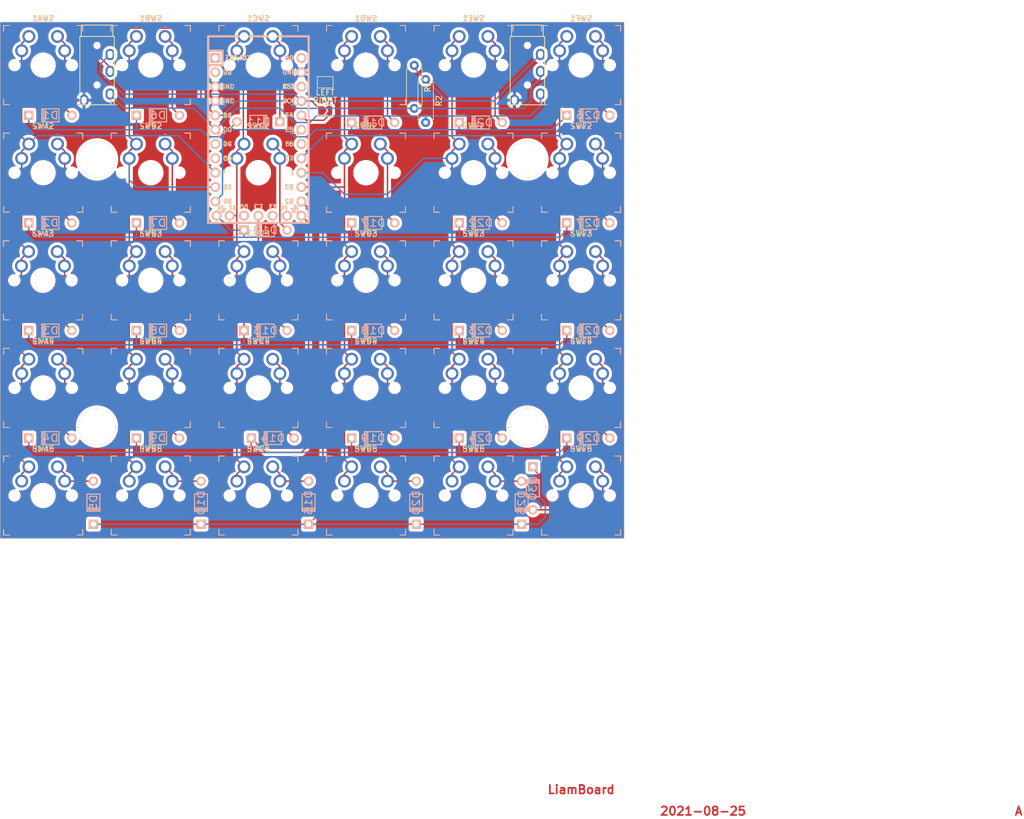
<source format=kicad_pcb>
(kicad_pcb (version 20241229) (generator "pcbnew") (generator_version "9.0")
  (layers (0 "F.Cu" signal) (2 "B.Cu" signal) (13 "F.Paste" user) (15 "B.Paste" user) (5 "F.SilkS" user "F.Silkscreen") (7 "B.SilkS" user "B.Silkscreen") (1 "F.Mask" user) (3 "B.Mask" user) (25 "Edge.Cuts" user))
  (net 0 "")
  (net 1 "Net-(D1-A)")
  (net 2 "Net-(D1-K)")
  (net 3 "Net-(D2-A)")
  (net 4 "Net-(D12-K)")
  (net 5 "Net-(D13-K)")
  (net 6 "Net-(D3-A)")
  (net 7 "Net-(D14-K)")
  (net 8 "Net-(D4-A)")
  (net 9 "Net-(D10-K)")
  (net 10 "Net-(D5-A)")
  (net 11 "Net-(D6-A)")
  (net 12 "Net-(D7-A)")
  (net 13 "Net-(D8-A)")
  (net 14 "Net-(D9-A)")
  (net 15 "Net-(D10-A)")
  (net 16 "Net-(D11-A)")
  (net 17 "Net-(D12-A)")
  (net 18 "Net-(D13-A)")
  (net 19 "Net-(D14-A)")
  (net 20 "Net-(D15-A)")
  (net 21 "Net-(D16-A)")
  (net 22 "Net-(D17-A)")
  (net 23 "Net-(D18-A)")
  (net 24 "Net-(D19-A)")
  (net 25 "Net-(D20-A)")
  (net 26 "Net-(D21-A)")
  (net 27 "Net-(D22-A)")
  (net 28 "Net-(D23-A)")
  (net 29 "Net-(D24-A)")
  (net 30 "Net-(D25-A)")
  (net 31 "Net-(D26-A)")
  (net 32 "Net-(D27-A)")
  (net 33 "Net-(D28-A)")
  (net 34 "Net-(D29-A)")
  (net 35 "Net-(D30-A)")
  (net 36 "Net-(UL1-RING1)")
  (net 37 "Net-(UL1-RING2)")
  (net 38 "Net-(UL1-TIP)")
  (net 39 "Net-(UMC1-A3{slash}PF4)")
  (net 40 "Net-(UL1-SLEEVE)")
  (net 41 "Net-(UMC1-6{slash}PD7)")
  (net 42 "Net-(UMC1-7{slash}PE6)")
  (net 43 "Net-(UMC1-B7)")
  (net 44 "Net-(UMC1-14{slash}PB3)")
  (net 45 "Net-(UMC1-15{slash}PB1)")
  (net 46 "Net-(UMC1-A0{slash}PF7)")
  (footprint "keyswitches:SW_MX_reversible" (layer "F.Cu") (at 97.79 60.96)
    (property "Reference" "SWA1")
    (property "Value" "SW_Push")
  )
  (footprint "keyswitches:SW_MX_reversible" (layer "F.Cu") (at 97.79 80.01)
    (property "Reference" "SWA2")
    (property "Value" "SW_Push")
  )
  (footprint "keyswitches:SW_MX_reversible" (layer "F.Cu") (at 97.745001 99.06)
    (property "Reference" "SWA3")
    (property "Value" "SW_Push")
  )
  (footprint "keyswitches:SW_MX_reversible" (layer "F.Cu") (at 97.79 118.11)
    (property "Reference" "SWA4")
    (property "Value" "SW_Push")
  )
  (footprint "keyswitches:SW_MX_reversible" (layer "F.Cu") (at 97.79 137.16)
    (property "Reference" "SWA5")
    (property "Value" "SW_Push")
  )
  (footprint "keyswitches:SW_MX_reversible" (layer "F.Cu") (at 116.84 60.96)
    (property "Reference" "SWB1")
    (property "Value" "SW_Push")
  )
  (footprint "keyswitches:SW_MX_reversible" (layer "F.Cu") (at 116.84 80.01)
    (property "Reference" "SWB2")
    (property "Value" "SW_Push")
  )
  (footprint "keyswitches:SW_MX_reversible" (layer "F.Cu") (at 116.84 99.06)
    (property "Reference" "SWB3")
    (property "Value" "SW_Push")
  )
  (footprint "keyswitches:SW_MX_reversible" (layer "F.Cu") (at 116.84 118.11)
    (property "Reference" "SWB4")
    (property "Value" "SW_Push")
  )
  (footprint "keyswitches:SW_MX_reversible" (layer "F.Cu") (at 116.84 137.16)
    (property "Reference" "SWB5")
    (property "Value" "SW_Push")
  )
  (footprint "keyswitches:SW_MX_reversible" (layer "F.Cu") (at 135.89 60.96)
    (property "Reference" "SWC1")
    (property "Value" "SW_Push")
  )
  (footprint "keyswitches:SW_MX_reversible" (layer "F.Cu") (at 135.89 80.01)
    (property "Reference" "SWC2")
    (property "Value" "SW_Push")
  )
  (footprint "keyswitches:SW_MX_reversible" (layer "F.Cu") (at 135.89 99.06)
    (property "Reference" "SWC3")
    (property "Value" "SW_Push")
  )
  (footprint "keyswitches:SW_MX_reversible" (layer "F.Cu") (at 135.89 118.11)
    (property "Reference" "SWC4")
    (property "Value" "SW_Push")
  )
  (footprint "keyswitches:SW_MX_reversible" (layer "F.Cu") (at 135.89 137.16)
    (property "Reference" "SWC5")
    (property "Value" "SW_Push")
  )
  (footprint "keyswitches:SW_MX_reversible" (layer "F.Cu") (at 154.94 60.96)
    (property "Reference" "SWD1")
    (property "Value" "SW_Push")
  )
  (footprint "keyswitches:SW_MX_reversible" (layer "F.Cu") (at 154.94 80.01)
    (property "Reference" "SWD2")
    (property "Value" "SW_Push")
  )
  (footprint "keyswitches:SW_MX_reversible" (layer "F.Cu") (at 154.94 99.06)
    (property "Reference" "SWD3")
    (property "Value" "SW_Push")
  )
  (footprint "keyswitches:SW_MX_reversible" (layer "F.Cu") (at 154.94 118.11)
    (property "Reference" "SWD4")
    (property "Value" "SW_Push")
  )
  (footprint "keyswitches:SW_MX_reversible" (layer "F.Cu") (at 154.94 137.16)
    (property "Reference" "SWD5")
    (property "Value" "SW_Push")
  )
  (footprint "keyswitches:SW_MX_reversible" (layer "F.Cu") (at 173.99 60.96)
    (property "Reference" "SWE1")
    (property "Value" "SW_Push")
  )
  (footprint "keyswitches:SW_MX_reversible" (layer "F.Cu") (at 173.99 80.01)
    (property "Reference" "SWE2")
    (property "Value" "SW_Push")
  )
  (footprint "keyswitches:SW_MX_reversible" (layer "F.Cu") (at 173.99 99.06)
    (property "Reference" "SWE3")
    (property "Value" "SW_Push")
  )
  (footprint "keyswitches:SW_MX_reversible" (layer "F.Cu") (at 173.99 118.11)
    (property "Reference" "SWE4")
    (property "Value" "SW_Push")
  )
  (footprint "keyswitches:SW_MX_reversible" (layer "F.Cu") (at 173.99 137.16)
    (property "Reference" "SWE5")
    (property "Value" "SW_Push")
  )
  (footprint "keyswitches:SW_MX_reversible" (layer "F.Cu") (at 193.04 60.96)
    (property "Reference" "SWF1")
    (property "Value" "SW_Push")
  )
  (footprint "keyswitches:SW_MX_reversible" (layer "F.Cu") (at 193.04 80.01)
    (property "Reference" "SWF2")
    (property "Value" "SW_Push")
  )
  (footprint "keyswitches:SW_MX_reversible" (layer "F.Cu") (at 193.04 99.06)
    (property "Reference" "SWF3")
    (property "Value" "SW_Push")
  )
  (footprint "keyswitches:SW_MX_reversible" (layer "F.Cu") (at 193.04 118.11)
    (property "Reference" "SWF4")
    (property "Value" "SW_Push")
  )
  (footprint "keyswitches:SW_MX_reversible" (layer "F.Cu") (at 193.04 137.16)
    (property "Reference" "SWF5")
    (property "Value" "SW_Push")
  )
  (footprint "Keebio-Parts:Elite-C" (layer "F.Cu") (at 135.89 73.66 -90)
    (property "Reference" "UMC1" (hide yes))
    (property "Value" "Elite-C" (hide yes))
  )
  (footprint "Keebio-Parts:MountingHole" (layer "F.Cu") (at 107.315 77.67)
    (property "Reference" "U4" (hide yes))
    (property "Value" "HOLE")
  )
  (footprint "Keebio-Parts:MountingHole" (layer "F.Cu") (at 183.515 77.67)
    (property "Reference" "U4" (hide yes))
    (property "Value" "HOLE")
  )
  (footprint "Keebio-Parts:MountingHole" (layer "F.Cu") (at 107.315 124.96)
    (property "Reference" "U4" (hide yes))
    (property "Value" "HOLE")
  )
  (footprint "Keebio-Parts:TRRS-PJ-320A" (layer "F.Cu") (at 183.53 55.88)
    (property "Reference" "UR1")
    (property "Value" "TRRS")
  )
  (footprint "Keebio-Parts:TRRS-PJ-320A" (layer "F.Cu") (at 107.33 55.88)
    (property "Reference" "UL1")
    (property "Value" "TRRS")
  )
  (footprint "Keebio-Parts:MountingHole" (layer "F.Cu") (at 183.515 124.96)
    (property "Reference" "U4" (hide yes))
    (property "Value" "HOLE")
  )
  (footprint "Resistor_THT:R_Axial_DIN0207_L6.3mm_D2.5mm_P7.62mm_Horizontal" (layer "F.Cu") (at 163.5 61 -90)
    (property "Reference" "R1")
    (property "Value" "4.7k")
  )
  (footprint "Resistor_THT:R_Axial_DIN0207_L6.3mm_D2.5mm_P7.62mm_Horizontal" (layer "F.Cu") (at 165.5 63.5 -90)
    (property "Reference" "R2")
    (property "Value" "4.7k")
  )
  (footprint "Jumper:SolderJumper-2_P1.3mm_Open_TrianglePad1.0x1.5mm" (layer "F.Cu") (at 147.725 64 180)
    (property "Reference" "LEFT")
    (property "Value" "LEFT")
  )
  (footprint "Jumper:SolderJumper-2_P1.3mm_Open_TrianglePad1.0x1.5mm" (layer "F.Cu") (at 147.725 69)
    (property "Reference" "RIGHT")
    (property "Value" "RIGHT")
  )
  (footprint "footprints:Diode" (layer "B.Cu") (at 99.06 69.85 180)
    (property "Reference" "D1")
    (property "Value" "D" (hide yes))
  )
  (footprint "footprints:Diode" (layer "B.Cu") (at 99.06 88.9 180)
    (property "Reference" "D2")
    (property "Value" "D" (hide yes))
  )
  (footprint "footprints:Diode" (layer "B.Cu") (at 99.06 107.95 180)
    (property "Reference" "D3")
    (property "Value" "D" (hide yes))
  )
  (footprint "footprints:Diode" (layer "B.Cu") (at 99.06 127 180)
    (property "Reference" "D4")
    (property "Value" "D" (hide yes))
  )
  (footprint "footprints:Diode" (layer "B.Cu") (at 106.68 138.43 -90)
    (property "Reference" "D5")
    (property "Value" "D" (hide yes))
  )
  (footprint "footprints:Diode" (layer "B.Cu") (at 118.11 69.85 180)
    (property "Reference" "D6")
    (property "Value" "D" (hide yes))
  )
  (footprint "footprints:Diode" (layer "B.Cu") (at 118.11 88.9 180)
    (property "Reference" "D7")
    (property "Value" "D" (hide yes))
  )
  (footprint "footprints:Diode" (layer "B.Cu") (at 118.11 107.95 180)
    (property "Reference" "D8")
    (property "Value" "D" (hide yes))
  )
  (footprint "footprints:Diode" (layer "B.Cu") (at 118.11 127 180)
    (property "Reference" "D9")
    (property "Value" "D" (hide yes))
  )
  (footprint "footprints:Diode" (layer "B.Cu") (at 125.73 138.43 -90)
    (property "Reference" "D10")
    (property "Value" "D" (hide yes))
  )
  (footprint "footprints:Diode" (layer "B.Cu") (at 135.89 71)
    (property "Reference" "D11")
    (property "Value" "D" (hide yes))
  )
  (footprint "footprints:Diode" (layer "B.Cu") (at 137.16 90.17 180)
    (property "Reference" "D12")
    (property "Value" "D" (hide yes))
  )
  (footprint "footprints:Diode" (layer "B.Cu") (at 137.16 107.95 180)
    (property "Reference" "D13")
    (property "Value" "D" (hide yes))
  )
  (footprint "footprints:Diode" (layer "B.Cu") (at 138.43 127 180)
    (property "Reference" "D14")
    (property "Value" "D" (hide yes))
  )
  (footprint "footprints:Diode" (layer "B.Cu") (at 144.78 138.43 -90)
    (property "Reference" "D15")
    (property "Value" "D" (hide yes))
  )
  (footprint "footprints:Diode" (layer "B.Cu") (at 156.21 71.12 180)
    (property "Reference" "D16")
    (property "Value" "D" (hide yes))
  )
  (footprint "footprints:Diode" (layer "B.Cu") (at 156.21 88.9 180)
    (property "Reference" "D17")
    (property "Value" "D" (hide yes))
  )
  (footprint "footprints:Diode" (layer "B.Cu") (at 156.21 107.95 180)
    (property "Reference" "D18")
    (property "Value" "D" (hide yes))
  )
  (footprint "footprints:Diode" (layer "B.Cu") (at 156.21 127 180)
    (property "Reference" "D19")
    (property "Value" "D" (hide yes))
  )
  (footprint "footprints:Diode" (layer "B.Cu") (at 163.83 138.43 -90)
    (property "Reference" "D20")
    (property "Value" "D" (hide yes))
  )
  (footprint "footprints:Diode" (layer "B.Cu") (at 175.26 71.12 180)
    (property "Reference" "D21")
    (property "Value" "D" (hide yes))
  )
  (footprint "footprints:Diode" (layer "B.Cu") (at 175.26 88.9 180)
    (property "Reference" "D22")
    (property "Value" "D" (hide yes))
  )
  (footprint "footprints:Diode" (layer "B.Cu") (at 175.26 107.95 180)
    (property "Reference" "D23")
    (property "Value" "D" (hide yes))
  )
  (footprint "footprints:Diode" (layer "B.Cu") (at 175.26 127 180)
    (property "Reference" "D24")
    (property "Value" "D" (hide yes))
  )
  (footprint "footprints:Diode" (layer "B.Cu") (at 182.5 138.43 -90)
    (property "Reference" "D25")
    (property "Value" "D" (hide yes))
  )
  (footprint "footprints:Diode" (layer "B.Cu") (at 194.31 69.85 180)
    (property "Reference" "D26")
    (property "Value" "D" (hide yes))
  )
  (footprint "footprints:Diode" (layer "B.Cu") (at 194.31 88.9 180)
    (property "Reference" "D27")
    (property "Value" "D" (hide yes))
  )
  (footprint "footprints:Diode" (layer "B.Cu") (at 194.31 107.95 180)
    (property "Reference" "D28")
    (property "Value" "D" (hide yes))
  )
  (footprint "footprints:Diode" (layer "B.Cu") (at 194.31 127 180)
    (property "Reference" "D29")
    (property "Value" "D" (hide yes))
  )
  (footprint "footprints:Diode" (layer "B.Cu") (at 184.5 135.89 90)
    (property "Reference" "D30")
    (property "Value" "D" (hide yes))
  )
  (gr_line (start 200.66 53.34) (end 90.17 53.34) (stroke (width 0.05)) (layer "Edge.Cuts"))
  (gr_line (start 90.17 144.78) (end 200.66 144.78) (stroke (width 0.05)) (layer "Edge.Cuts"))
  (gr_line (start 200.66 144.78) (end 200.66 53.34) (stroke (width 0.05)) (layer "Edge.Cuts"))
  (gr_line (start 90.17 53.34) (end 90.17 144.78) (stroke (width 0.05)) (layer "Edge.Cuts"))
  (gr_text "LiamBoard" (at 193.04 189.23 0) (layer "F.Cu") (effects (font (size 1.5 1.5) (thickness 0.3))))
  (gr_text "2021-08-25" (at 214.63 193.04 0) (layer "F.Cu") (effects (font (size 1.5 1.5) (thickness 0.3))))
  (gr_text "A" (at 270.51 193.04 0) (layer "F.Cu") (effects (font (size 1.5 1.5) (thickness 0.3))))
  (segment (start 101.6 57.15) (end 101.6 58.42) (width 0.25) (layer "F.Cu") (net 1))
  (segment (start 100.33 55.88) (end 101.6 57.15) (width 0.25) (layer "F.Cu") (net 1))
  (segment (start 101.6 58.42) (end 101.6 68.58) (width 0.25) (layer "F.Cu") (net 1))
  (segment (start 101.6 68.58) (end 102.87 69.85) (width 0.25) (layer "F.Cu") (net 1))
  (segment (start 129.54 73.66) (end 129.54 73.54) (width 0.25) (layer "B.Cu") (net 2))
  (segment (start 129.54 83.82) (end 128.27 85.09) (width 0.25) (layer "B.Cu") (net 2))
  (segment (start 152.4 72.39) (end 187.96 72.39) (width 0.25) (layer "B.Cu") (net 2))
  (segment (start 142.24 73.66) (end 140.97 72.39) (width 0.25) (layer "B.Cu") (net 2))
  (segment (start 152.4 71.12) (end 152.4 72.39) (width 0.25) (layer "B.Cu") (net 2))
  (segment (start 129.54 73.54) (end 132.08 71) (width 0.25) (layer "B.Cu") (net 2))
  (segment (start 187.96 72.39) (end 190.5 69.85) (width 0.25) (layer "B.Cu") (net 2))
  (segment (start 171.45 71.12) (end 171.45 72.39) (width 0.25) (layer "B.Cu") (net 2))
  (segment (start 146.05 72.39) (end 152.4 72.39) (width 0.25) (layer "B.Cu") (net 2))
  (segment (start 96.52 72.39) (end 125.73 72.39) (width 0.25) (layer "B.Cu") (net 2))
  (segment (start 129.54 73.66) (end 129.54 83.82) (width 0.25) (layer "B.Cu") (net 2))
  (segment (start 140.97 72.39) (end 130.81 72.39) (width 0.25) (layer "B.Cu") (net 2))
  (segment (start 127 73.66) (end 129.54 73.66) (width 0.25) (layer "B.Cu") (net 2))
  (segment (start 142.24 73.66) (end 144.78 73.66) (width 0.25) (layer "B.Cu") (net 2))
  (segment (start 125.73 72.39) (end 127 73.66) (width 0.25) (layer "B.Cu") (net 2))
  (segment (start 114.3 69.85) (end 114.3 72.39) (width 0.25) (layer "B.Cu") (net 2))
  (segment (start 144.78 73.66) (end 146.05 72.39) (width 0.25) (layer "B.Cu") (net 2))
  (segment (start 95.25 69.85) (end 95.25 71.12) (width 0.25) (layer "B.Cu") (net 2))
  (segment (start 95.25 71.12) (end 96.52 72.39) (width 0.25) (layer "B.Cu") (net 2))
  (segment (start 101.6 76.2) (end 101.6 77.47) (width 0.25) (layer "F.Cu") (net 3))
  (segment (start 100.33 74.93) (end 101.6 76.2) (width 0.25) (layer "F.Cu") (net 3))
  (segment (start 101.6 77.47) (end 101.6 87.63) (width 0.25) (layer "F.Cu") (net 3))
  (segment (start 101.6 87.63) (end 102.87 88.9) (width 0.25) (layer "F.Cu") (net 3))
  (segment (start 190.5 90.17) (end 190.5 88.9) (width 0.25) (layer "B.Cu") (net 4))
  (segment (start 114.3 91.44) (end 189.23 91.44) (width 0.25) (layer "B.Cu") (net 4))
  (segment (start 131.0386 90.17) (end 133.35 90.17) (width 0.25) (layer "B.Cu") (net 4))
  (segment (start 95.25 88.9) (end 95.25 90.17) (width 0.25) (layer "B.Cu") (net 4))
  (segment (start 189.23 91.44) (end 190.5 90.17) (width 0.25) (layer "B.Cu") (net 4))
  (segment (start 133.35 90.17) (end 133.35 91.44) (width 0.25) (layer "B.Cu") (net 4))
  (segment (start 171.45 88.9) (end 171.45 91.44) (width 0.25) (layer "B.Cu") (net 4))
  (segment (start 95.25 90.17) (end 96.52 91.44) (width 0.25) (layer "B.Cu") (net 4))
  (segment (start 96.52 91.44) (end 114.3 91.44) (width 0.25) (layer "B.Cu") (net 4))
  (segment (start 152.4 88.9) (end 152.4 91.44) (width 0.25) (layer "B.Cu") (net 4))
  (segment (start 128.4986 87.63) (end 131.0386 90.17) (width 0.25) (layer "B.Cu") (net 4))
  (segment (start 114.3 88.9) (end 114.3 91.44) (width 0.25) (layer "B.Cu") (net 4))
  (segment (start 133.35 97.79) (end 133.35 107.95) (width 0.25) (layer "F.Cu") (net 5))
  (segment (start 135.89 87.63) (end 135.89 95.25) (width 0.25) (layer "F.Cu") (net 5))
  (segment (start 135.89 95.25) (end 133.35 97.79) (width 0.25) (layer "F.Cu") (net 5))
  (segment (start 114.3 110.49) (end 133.35 110.49) (width 0.25) (layer "B.Cu") (net 5))
  (segment (start 189.23 110.49) (end 190.5 109.22) (width 0.25) (layer "B.Cu") (net 5))
  (segment (start 95.25 109.22) (end 96.52 110.49) (width 0.25) (layer "B.Cu") (net 5))
  (segment (start 133.35 110.49) (end 189.23 110.49) (width 0.25) (layer "B.Cu") (net 5))
  (segment (start 190.5 109.22) (end 190.5 107.95) (width 0.25) (layer "B.Cu") (net 5))
  (segment (start 171.45 107.95) (end 171.45 110.49) (width 0.25) (layer "B.Cu") (net 5))
  (segment (start 152.4 107.95) (end 152.4 110.49) (width 0.25) (layer "B.Cu") (net 5))
  (segment (start 114.3 107.95) (end 114.3 110.49) (width 0.25) (layer "B.Cu") (net 5))
  (segment (start 133.35 107.95) (end 133.35 110.49) (width 0.25) (layer "B.Cu") (net 5))
  (segment (start 95.25 107.95) (end 95.25 109.22) (width 0.25) (layer "B.Cu") (net 5))
  (segment (start 96.52 110.49) (end 114.3 110.49) (width 0.25) (layer "B.Cu") (net 5))
  (segment (start 100.285001 93.98) (end 101.555001 95.25) (width 0.25) (layer "F.Cu") (net 6))
  (segment (start 101.555001 106.635001) (end 102.87 107.95) (width 0.25) (layer "F.Cu") (net 6))
  (segment (start 101.555001 101.555001) (end 101.6 101.6) (width 0.25) (layer "F.Cu") (net 6))
  (segment (start 101.555001 96.52) (end 101.555001 106.635001) (width 0.25) (layer "F.Cu") (net 6))
  (segment (start 101.555001 95.25) (end 101.555001 96.52) (width 0.25) (layer "F.Cu") (net 6))
  (segment (start 144.78 128.27) (end 143.51 129.54) (width 0.25) (layer "F.Cu") (net 7))
  (segment (start 137.16 129.54) (end 134.62 127) (width 0.25) (layer "F.Cu") (net 7))
  (segment (start 144.78 88.9) (end 144.78 128.27) (width 0.25) (layer "F.Cu") (net 7))
  (segment (start 143.51 87.63) (end 144.78 88.9) (width 0.25) (layer "F.Cu") (net 7))
  (segment (start 143.51 129.54) (end 137.16 129.54) (width 0.25) (layer "F.Cu") (net 7))
  (segment (start 95.25 128.27) (end 96.52 129.54) (width 0.25) (layer "B.Cu") (net 7))
  (segment (start 114.3 127) (end 114.3 129.54) (width 0.25) (layer "B.Cu") (net 7))
  (segment (start 134.62 129.54) (end 189.23 129.54) (width 0.25) (layer "B.Cu") (net 7))
  (segment (start 96.52 129.54) (end 114.3 129.54) (width 0.25) (layer "B.Cu") (net 7))
  (segment (start 134.62 129.54) (end 134.62 127) (width 0.25) (layer "B.Cu") (net 7))
  (segment (start 189.23 129.54) (end 190.5 128.27) (width 0.25) (layer "B.Cu") (net 7))
  (segment (start 171.45 127) (end 171.45 129.54) (width 0.25) (layer "B.Cu") (net 7))
  (segment (start 95.25 127) (end 95.25 128.27) (width 0.25) (layer "B.Cu") (net 7))
  (segment (start 190.5 128.27) (end 190.5 127) (width 0.25) (layer "B.Cu") (net 7))
  (segment (start 114.3 129.54) (end 134.62 129.54) (width 0.25) (layer "B.Cu") (net 7))
  (segment (start 152.4 127) (end 152.4 129.54) (width 0.25) (layer "B.Cu") (net 7))
  (segment (start 101.6 115.57) (end 101.6 125.73) (width 0.25) (layer "F.Cu") (net 8))
  (segment (start 101.6 114.3) (end 101.6 115.57) (width 0.25) (layer "F.Cu") (net 8))
  (segment (start 101.6 125.73) (end 102.87 127) (width 0.25) (layer "F.Cu") (net 8))
  (segment (start 100.33 113.03) (end 101.6 114.3) (width 0.25) (layer "F.Cu") (net 8))
  (segment (start 147.32 88.9) (end 147.32 139.7) (width 0.25) (layer "F.Cu") (net 9))
  (segment (start 143.51 85.09) (end 147.32 88.9) (width 0.25) (layer "F.Cu") (net 9))
  (segment (start 147.32 139.7) (end 144.78 142.24) (width 0.25) (layer "F.Cu") (net 9))
  (segment (start 185.42 137.16) (end 185.42 133.35) (width 0.25) (layer "B.Cu") (net 9))
  (segment (start 185.42 133.35) (end 184.15 132.08) (width 0.25) (layer "B.Cu") (net 9))
  (segment (start 186.69 138.43) (end 186.69 140.97) (width 0.25) (layer "B.Cu") (net 9))
  (segment (start 185.42 142.24) (end 182.88 142.24) (width 0.25) (layer "B.Cu") (net 9))
  (segment (start 186.69 140.97) (end 185.42 142.24) (width 0.25) (layer "B.Cu") (net 9))
  (segment (start 125.73 142.24) (end 106.68 142.24) (width 0.25) (layer "B.Cu") (net 9))
  (segment (start 186.69 138.43) (end 185.42 137.16) (width 0.25) (layer "B.Cu") (net 9))
  (segment (start 163.83 142.24) (end 144.78 142.24) (width 0.25) (layer "B.Cu") (net 9))
  (segment (start 144.78 142.24) (end 125.73 142.24) (width 0.25) (layer "B.Cu") (net 9))
  (segment (start 182.88 142.24) (end 163.83 142.24) (width 0.25) (layer "B.Cu") (net 9))
  (segment (start 100.33 132.08) (end 101.6 133.35) (width 0.25) (layer "F.Cu") (net 10))
  (segment (start 101.6 134.62) (end 106.68 134.62) (width 0.25) (layer "F.Cu") (net 10))
  (segment (start 101.6 133.35) (end 101.6 134.62) (width 0.25) (layer "F.Cu") (net 10))
  (segment (start 120.65 68.58) (end 121.92 69.85) (width 0.25) (layer "F.Cu") (net 11))
  (segment (start 120.65 57.15) (end 120.65 58.42) (width 0.25) (layer "F.Cu") (net 11))
  (segment (start 120.65 58.42) (end 120.65 68.58) (width 0.25) (layer "F.Cu") (net 11))
  (segment (start 119.38 55.88) (end 120.65 57.15) (width 0.25) (layer "F.Cu") (net 11))
  (segment (start 120.65 77.47) (end 120.65 87.63) (width 0.25) (layer "F.Cu") (net 12))
  (segment (start 119.38 74.93) (end 120.65 76.2) (width 0.25) (layer "F.Cu") (net 12))
  (segment (start 120.65 76.2) (end 120.65 77.47) (width 0.25) (layer "F.Cu") (net 12))
  (segment (start 120.65 87.63) (end 121.92 88.9) (width 0.25) (layer "F.Cu") (net 12))
  (segment (start 120.65 95.25) (end 120.65 96.52) (width 0.25) (layer "F.Cu") (net 13))
  (segment (start 120.65 106.68) (end 121.92 107.95) (width 0.25) (layer "F.Cu") (net 13))
  (segment (start 120.65 96.52) (end 120.65 106.68) (width 0.25) (layer "F.Cu") (net 13))
  (segment (start 119.38 93.98) (end 120.65 95.25) (width 0.25) (layer "F.Cu") (net 13))
  (segment (start 120.65 114.3) (end 120.65 115.57) (width 0.25) (layer "F.Cu") (net 14))
  (segment (start 120.65 115.57) (end 120.65 125.73) (width 0.25) (layer "F.Cu") (net 14))
  (segment (start 119.38 113.03) (end 120.65 114.3) (width 0.25) (layer "F.Cu") (net 14))
  (segment (start 120.65 125.73) (end 121.92 127) (width 0.25) (layer "F.Cu") (net 14))
  (segment (start 119.38 132.08) (end 120.65 133.35) (width 0.25) (layer "F.Cu") (net 15))
  (segment (start 120.65 133.35) (end 120.65 134.62) (width 0.25) (layer "F.Cu") (net 15))
  (segment (start 120.65 134.62) (end 125.73 134.62) (width 0.25) (layer "F.Cu") (net 15))
  (segment (start 138.43 55.88) (end 139.7 57.15) (width 0.25) (layer "F.Cu") (net 16))
  (segment (start 139.7 57.15) (end 139.7 58.42) (width 0.25) (layer "F.Cu") (net 16))
  (segment (start 139.7 58.42) (end 139.7 71) (width 0.25) (layer "F.Cu") (net 16))
  (segment (start 139.7 76.2) (end 139.7 77.47) (width 0.25) (layer "F.Cu") (net 17))
  (segment (start 139.7 88.9) (end 140.97 90.17) (width 0.25) (layer "F.Cu") (net 17))
  (segment (start 138.43 74.93) (end 139.7 76.2) (width 0.25) (layer "F.Cu") (net 17))
  (segment (start 139.7 77.47) (end 139.7 88.9) (width 0.25) (layer "F.Cu") (net 17))
  (segment (start 139.7 96.52) (end 139.7 106.68) (width 0.25) (layer "F.Cu") (net 18))
  (segment (start 139.7 106.68) (end 140.97 107.95) (width 0.25) (layer "F.Cu") (net 18))
  (segment (start 139.7 95.25) (end 139.7 96.52) (width 0.25) (layer "F.Cu") (net 18))
  (segment (start 138.43 93.98) (end 139.7 95.25) (width 0.25) (layer "F.Cu") (net 18))
  (segment (start 138.43 113.03) (end 139.7 114.3) (width 0.25) (layer "F.Cu") (net 19))
  (segment (start 139.7 114.3) (end 139.7 115.57) (width 0.25) (layer "F.Cu") (net 19))
  (segment (start 139.7 115.57) (end 139.7 124.46) (width 0.25) (layer "F.Cu") (net 19))
  (segment (start 139.7 124.46) (end 142.24 127) (width 0.25) (layer "F.Cu") (net 19))
  (segment (start 138.43 132.08) (end 139.7 133.35) (width 0.25) (layer "F.Cu") (net 20))
  (segment (start 139.7 133.35) (end 139.7 134.62) (width 0.25) (layer "F.Cu") (net 20))
  (segment (start 139.7 134.62) (end 144.78 134.62) (width 0.25) (layer "F.Cu") (net 20))
  (segment (start 158.75 57.15) (end 158.75 58.42) (width 0.25) (layer "F.Cu") (net 21))
  (segment (start 157.48 55.88) (end 158.75 57.15) (width 0.25) (layer "F.Cu") (net 21))
  (segment (start 158.75 69.85) (end 160.02 71.12) (width 0.25) (layer "F.Cu") (net 21))
  (segment (start 158.75 58.42) (end 158.75 69.85) (width 0.25) (layer "F.Cu") (net 21))
  (segment (start 157.48 74.93) (end 158.75 76.2) (width 0.25) (layer "F.Cu") (net 22))
  (segment (start 158.75 87.63) (end 160.02 88.9) (width 0.25) (layer "F.Cu") (net 22))
  (segment (start 158.75 76.2) (end 158.75 77.47) (width 0.25) (layer "F.Cu") (net 22))
  (segment (start 158.75 77.47) (end 158.75 87.63) (width 0.25) (layer "F.Cu") (net 22))
  (segment (start 158.75 95.25) (end 158.75 96.52) (width 0.25) (layer "F.Cu") (net 23))
  (segment (start 157.48 93.98) (end 158.75 95.25) (width 0.25) (layer "F.Cu") (net 23))
  (segment (start 158.75 96.52) (end 158.75 106.68) (width 0.25) (layer "F.Cu") (net 23))
  (segment (start 158.75 106.68) (end 160.02 107.95) (width 0.25) (layer "F.Cu") (net 23))
  (segment (start 158.75 115.57) (end 158.75 125.73) (width 0.25) (layer "F.Cu") (net 24))
  (segment (start 158.75 125.73) (end 160.02 127) (width 0.25) (layer "F.Cu") (net 24))
  (segment (start 157.48 113.03) (end 158.75 114.3) (width 0.25) (layer "F.Cu") (net 24))
  (segment (start 158.75 114.3) (end 158.75 115.57) (width 0.25) (layer "F.Cu") (net 24))
  (segment (start 157.48 132.08) (end 158.75 133.35) (width 0.25) (layer "F.Cu") (net 25))
  (segment (start 158.75 133.35) (end 158.75 134.62) (width 0.25) (layer "F.Cu") (net 25))
  (segment (start 158.75 134.62) (end 163.83 134.62) (width 0.25) (layer "F.Cu") (net 25))
  (segment (start 176.53 55.88) (end 177.8 57.15) (width 0.25) (layer "F.Cu") (net 26))
  (segment (start 177.8 57.15) (end 177.8 58.42) (width 0.25) (layer "F.Cu") (net 26))
  (segment (start 177.8 69.85) (end 179.07 71.12) (width 0.25) (layer "F.Cu") (net 26))
  (segment (start 177.8 58.42) (end 177.8 69.85) (width 0.25) (layer "F.Cu") (net 26))
  (segment (start 177.8 87.63) (end 179.07 88.9) (width 0.25) (layer "F.Cu") (net 27))
  (segment (start 177.8 76.2) (end 177.8 77.47) (width 0.25) (layer "F.Cu") (net 27))
  (segment (start 177.8 77.47) (end 177.8 87.63) (width 0.25) (layer "F.Cu") (net 27))
  (segment (start 176.53 74.93) (end 177.8 76.2) (width 0.25) (layer "F.Cu") (net 27))
  (segment (start 177.8 96.52) (end 177.8 106.68) (width 0.25) (layer "F.Cu") (net 28))
  (segment (start 177.8 95.25) (end 177.8 96.52) (width 0.25) (layer "F.Cu") (net 28))
  (segment (start 177.8 106.68) (end 179.07 107.95) (width 0.25) (layer "F.Cu") (net 28))
  (segment (start 176.53 93.98) (end 177.8 95.25) (width 0.25) (layer "F.Cu") (net 28))
  (segment (start 177.8 115.57) (end 177.8 125.73) (width 0.25) (layer "F.Cu") (net 29))
  (segment (start 176.53 113.03) (end 177.8 114.3) (width 0.25) (layer "F.Cu") (net 29))
  (segment (start 177.8 125.73) (end 179.07 127) (width 0.25) (layer "F.Cu") (net 29))
  (segment (start 177.8 114.3) (end 177.8 115.57) (width 0.25) (layer "F.Cu") (net 29))
  (segment (start 177.8 134.62) (end 182.88 134.62) (width 0.25) (layer "F.Cu") (net 30))
  (segment (start 177.8 133.35) (end 177.8 134.62) (width 0.25) (layer "F.Cu") (net 30))
  (segment (start 176.53 132.08) (end 177.8 133.35) (width 0.25) (layer "F.Cu") (net 30))
  (segment (start 196.85 57.15) (end 196.85 58.42) (width 0.25) (layer "F.Cu") (net 31))
  (segment (start 195.58 55.88) (end 196.85 57.15) (width 0.25) (layer "F.Cu") (net 31))
  (segment (start 196.85 68.58) (end 198.12 69.85) (width 0.25) (layer "F.Cu") (net 31))
  (segment (start 196.85 58.42) (end 196.85 68.58) (width 0.25) (layer "F.Cu") (net 31))
  (segment (start 196.85 87.63) (end 198.12 88.9) (width 0.25) (layer "F.Cu") (net 32))
  (segment (start 195.58 74.93) (end 196.85 76.2) (width 0.25) (layer "F.Cu") (net 32))
  (segment (start 196.85 76.2) (end 196.85 77.47) (width 0.25) (layer "F.Cu") (net 32))
  (segment (start 196.85 77.47) (end 196.85 87.63) (width 0.25) (layer "F.Cu") (net 32))
  (segment (start 195.58 93.98) (end 196.85 95.25) (width 0.25) (layer "F.Cu") (net 33))
  (segment (start 196.85 96.52) (end 196.85 106.68) (width 0.25) (layer "F.Cu") (net 33))
  (segment (start 196.85 95.25) (end 196.85 96.52) (width 0.25) (layer "F.Cu") (net 33))
  (segment (start 196.85 106.68) (end 198.12 107.95) (width 0.25) (layer "F.Cu") (net 33))
  (segment (start 195.58 113.03) (end 196.85 114.3) (width 0.25) (layer "F.Cu") (net 34))
  (segment (start 196.85 125.73) (end 198.12 127) (width 0.25) (layer "F.Cu") (net 34))
  (segment (start 196.85 114.3) (end 196.85 115.57) (width 0.25) (layer "F.Cu") (net 34))
  (segment (start 196.85 115.57) (end 196.85 125.73) (width 0.25) (layer "F.Cu") (net 34))
  (segment (start 195.58 132.08) (end 196.85 133.35) (width 0.25) (layer "F.Cu") (net 35))
  (segment (start 196.85 134.62) (end 196.85 138.43) (width 0.25) (layer "F.Cu") (net 35))
  (segment (start 196.85 133.35) (end 196.85 134.62) (width 0.25) (layer "F.Cu") (net 35))
  (segment (start 196.85 138.43) (end 195.58 139.7) (width 0.25) (layer "F.Cu") (net 35))
  (segment (start 195.58 139.7) (end 184.15 139.7) (width 0.25) (layer "F.Cu") (net 35))
  (segment (start 121.721999 54.411999) (end 125.73 58.42) (width 0.25) (layer "F.Cu") (net 36))
  (segment (start 125.73 67.31) (end 128.27 69.85) (width 0.25) (layer "F.Cu") (net 36))
  (segment (start 108.055001 57.044999) (end 110.688001 54.411999) (width 0.25) (layer "F.Cu") (net 36))
  (segment (start 108.055001 59.774667) (end 108.055001 57.044999) (width 0.25) (layer "F.Cu") (net 36))
  (segment (start 109.63 61.349666) (end 108.055001 59.774667) (width 0.25) (layer "F.Cu") (net 36))
  (segment (start 125.73 58.42) (end 125.73 67.31) (width 0.25) (layer "F.Cu") (net 36))
  (segment (start 109.63 62.08) (end 109.63 61.349666) (width 0.25) (layer "F.Cu") (net 36))
  (segment (start 110.688001 54.411999) (end 121.721999 54.411999) (width 0.25) (layer "F.Cu") (net 36))
  (segment (start 184.15 65.01) (end 185.83 63.33) (width 0.25) (layer "B.Cu") (net 36))
  (segment (start 128.27 69.85) (end 129.54 69.85) (width 0.25) (layer "B.Cu") (net 36))
  (segment (start 132.08 67.31) (end 140.97 67.31) (width 0.25) (layer "B.Cu") (net 36))
  (segment (start 140.97 67.31) (end 142.28 68.62) (width 0.25) (layer "B.Cu") (net 36))
  (segment (start 182.84 68.62) (end 184.15 67.31) (width 0.25) (layer "B.Cu") (net 36))
  (segment (start 184.15 67.31) (end 184.15 65.01) (width 0.25) (layer "B.Cu") (net 36))
  (segment (start 142.28 68.62) (end 163.5 68.62) (width 0.25) (layer "B.Cu") (net 36))
  (segment (start 163.5 68.62) (end 182.84 68.62) (width 0.25) (layer "B.Cu") (net 36))
  (segment (start 185.83 63.33) (end 185.83 62.08) (width 0.25) (layer "B.Cu") (net 36))
  (segment (start 129.54 69.85) (end 132.08 67.31) (width 0.25) (layer "B.Cu") (net 36))
  (segment (start 147 69) (end 145.31 67.31) (width 0.25) (layer "F.Cu") (net 37))
  (segment (start 145.31 67.31) (end 143.51 67.31) (width 0.25) (layer "F.Cu") (net 37))
  (segment (start 177.6 67.31) (end 169.5 67.31) (width 0.25) (layer "B.Cu") (net 37))
  (segment (start 168.91 67.31) (end 143.51 67.31) (width 0.25) (layer "B.Cu") (net 37))
  (segment (start 109.63 59.08) (end 107.95 60.76) (width 0.25) (layer "B.Cu") (net 37))
  (segment (start 165.5 63.5) (end 163.5 61.5) (width 0.25) (layer "B.Cu") (net 37))
  (segment (start 107.95 62.191004) (end 111.867695 66.108699) (width 0.25) (layer "B.Cu") (net 37))
  (segment (start 169.5 67.31) (end 168.91 67.31) (width 0.25) (layer "B.Cu") (net 37))
  (segment (start 169.5 67.31) (end 169.31 67.31) (width 0.25) (layer "B.Cu") (net 37))
  (segment (start 142.308699 66.108699) (end 143.51 67.31) (width 0.25) (layer "B.Cu") (net 37))
  (segment (start 107.95 60.76) (end 107.95 62.191004) (width 0.25) (layer "B.Cu") (net 37))
  (segment (start 169.31 67.31) (end 165.5 63.5) (width 0.25) (layer "B.Cu") (net 37))
  (segment (start 163.5 61.5) (end 163.5 61) (width 0.25) (layer "B.Cu") (net 37))
  (segment (start 185.83 59.08) (end 177.6 67.31) (width 0.25) (layer "B.Cu") (net 37))
  (segment (start 111.867695 66.108699) (end 142.308699 66.108699) (width 0.25) (layer "B.Cu") (net 37))
  (segment (start 139.7 68.58) (end 132.08 68.58) (width 0.25) (layer "B.Cu") (net 38))
  (segment (start 109.63 66.08) (end 112.13 68.58) (width 0.25) (layer "B.Cu") (net 38))
  (segment (start 146.169499 69.969499) (end 145.018998 71.12) (width 0.25) (layer "B.Cu") (net 38))
  (segment (start 112.13 68.58) (end 124.46 68.58) (width 0.25) (layer "B.Cu") (net 38))
  (segment (start 164.980501 69.969499) (end 146.169499 69.969499) (width 0.25) (layer "B.Cu") (net 38))
  (segment (start 165.5 71.12) (end 165.5 69.969499) (width 0.25) (layer "B.Cu") (net 38))
  (segment (start 184.030501 69.969499) (end 165.5 69.969499) (width 0.25) (layer "B.Cu") (net 38))
  (segment (start 124.46 68.58) (end 128.27 72.39) (width 0.25) (layer "B.Cu") (net 38))
  (segment (start 165.5 69.969499) (end 164.980501 69.969499) (width 0.25) (layer "B.Cu") (net 38))
  (segment (start 185.83 66.08) (end 185.83 68.17) (width 0.25) (layer "B.Cu") (net 38))
  (segment (start 185.83 66.08) (end 185.83 66.9) (width 0.25) (layer "B.Cu") (net 38))
  (segment (start 145.018998 71.12) (end 142.24 71.12) (width 0.25) (layer "B.Cu") (net 38))
  (segment (start 132.08 68.58) (end 128.27 72.39) (width 0.25) (layer "B.Cu") (net 38))
  (segment (start 185.83 68.17) (end 184.030501 69.969499) (width 0.25) (layer "B.Cu") (net 38))
  (segment (start 142.24 71.12) (end 139.7 68.58) (width 0.25) (layer "B.Cu") (net 38))
  (segment (start 147.4787 70.7263) (end 148.45 69.755) (width 0.25) (layer "F.Cu") (net 39))
  (segment (start 148.45 69) (end 148.45 67.338) (width 0.25) (layer "F.Cu") (net 39))
  (segment (start 143.51 69.85) (end 144.3863 70.7263) (width 0.25) (layer "F.Cu") (net 39))
  (segment (start 144.3863 70.7263) (end 147.4787 70.7263) (width 0.25) (layer "F.Cu") (net 39))
  (segment (start 148.45 67.338) (end 147 65.888) (width 0.25) (layer "F.Cu") (net 39))
  (segment (start 147 65.888) (end 147 64) (width 0.25) (layer "F.Cu") (net 39))
  (segment (start 148.45 69.755) (end 148.45 69) (width 0.25) (layer "F.Cu") (net 39))
  (segment (start 148.45 64) (end 148.45 63.245) (width 0.25) (layer "F.Cu") (net 40))
  (segment (start 148.45 63.245) (end 147.435 62.23) (width 0.25) (layer "F.Cu") (net 40))
  (segment (start 147.435 62.23) (end 143.51 62.23) (width 0.25) (layer "F.Cu") (net 40))
  (segment (start 95.25 74.93) (end 93.98 76.2) (width 0.25) (layer "F.Cu") (net 41))
  (segment (start 95.25 55.88) (end 93.98 57.15) (width 0.25) (layer "F.Cu") (net 41))
  (segment (start 93.98 77.47) (end 93.98 92.754999) (width 0.25) (layer "F.Cu") (net 41))
  (segment (start 93.98 115.57) (end 93.98 130.81) (width 0.25) (layer "F.Cu") (net 41))
  (segment (start 93.935001 111.715001) (end 95.25 113.03) (width 0.25) (layer "F.Cu") (net 41))
  (segment (start 93.935001 96.52) (end 93.935001 111.715001) (width 0.25) (layer "F.Cu") (net 41))
  (segment (start 95.205001 93.98) (end 93.935001 95.25) (width 0.25) (layer "F.Cu") (net 41))
  (segment (start 93.98 57.15) (end 93.98 58.42) (width 0.25) (layer "F.Cu") (net 41))
  (segment (start 93.935001 95.25) (end 93.935001 96.52) (width 0.25) (layer "F.Cu") (net 41))
  (segment (start 93.98 73.66) (end 95.25 74.93) (width 0.25) (layer "F.Cu") (net 41))
  (segment (start 93.98 58.42) (end 93.98 73.66) (width 0.25) (layer "F.Cu") (net 41))
  (segment (start 95.25 113.03) (end 93.98 114.3) (width 0.25) (layer "F.Cu") (net 41))
  (segment (start 93.98 133.35) (end 93.98 134.62) (width 0.25) (layer "F.Cu") (net 41))
  (segment (start 95.25 132.08) (end 93.98 133.35) (width 0.25) (layer "F.Cu") (net 41))
  (segment (start 93.98 76.2) (end 93.98 77.47) (width 0.25) (layer "F.Cu") (net 41))
  (segment (start 93.98 114.3) (end 93.98 115.57) (width 0.25) (layer "F.Cu") (net 41))
  (segment (start 93.98 130.81) (end 95.25 132.08) (width 0.25) (layer "F.Cu") (net 41))
  (segment (start 93.98 92.754999) (end 95.205001 93.98) (width 0.25) (layer "F.Cu") (net 41))
  (segment (start 96.718001 73.461999) (end 95.25 74.93) (width 0.25) (layer "B.Cu") (net 41))
  (segment (start 128.27 80.01) (end 121.721999 73.461999) (width 0.25) (layer "B.Cu") (net 41))
  (segment (start 121.721999 73.461999) (end 96.718001 73.461999) (width 0.25) (layer "B.Cu") (net 41))
  (segment (start 113.03 96.52) (end 113.03 111.76) (width 0.25) (layer "F.Cu") (net 42))
  (segment (start 113.03 76.2) (end 113.03 77.47) (width 0.25) (layer "F.Cu") (net 42))
  (segment (start 113.03 115.57) (end 113.03 130.81) (width 0.25) (layer "F.Cu") (net 42))
  (segment (start 114.3 55.88) (end 113.03 57.15) (width 0.25) (layer "F.Cu") (net 42))
  (segment (start 114.3 113.03) (end 113.03 114.3) (width 0.25) (layer "F.Cu") (net 42))
  (segment (start 113.03 77.47) (end 113.03 85.09) (width 0.25) (layer "F.Cu") (net 42))
  (segment (start 113.03 85.09) (end 113.03 92.71) (width 0.25) (layer "F.Cu") (net 42))
  (segment (start 113.03 92.71) (end 114.3 93.98) (width 0.25) (layer "F.Cu") (net 42))
  (segment (start 114.3 93.98) (end 113.03 95.25) (width 0.25) (layer "F.Cu") (net 42))
  (segment (start 113.03 95.25) (end 113.03 96.52) (width 0.25) (layer "F.Cu") (net 42))
  (segment (start 113.03 57.15) (end 113.03 58.42) (width 0.25) (layer "F.Cu") (net 42))
  (segment (start 114.3 74.93) (end 113.03 76.2) (width 0.25) (layer "F.Cu") (net 42))
  (segment (start 113.03 114.3) (end 113.03 115.57) (width 0.25) (layer "F.Cu") (net 42))
  (segment (start 113.03 133.35) (end 113.03 134.62) (width 0.25) (layer "F.Cu") (net 42))
  (segment (start 113.03 73.66) (end 114.3 74.93) (width 0.25) (layer "F.Cu") (net 42))
  (segment (start 113.03 130.81) (end 114.3 132.08) (width 0.25) (layer "F.Cu") (net 42))
  (segment (start 114.3 132.08) (end 113.03 133.35) (width 0.25) (layer "F.Cu") (net 42))
  (segment (start 113.03 111.76) (end 114.3 113.03) (width 0.25) (layer "F.Cu") (net 42))
  (segment (start 113.03 58.42) (end 113.03 73.66) (width 0.25) (layer "F.Cu") (net 42))
  (segment (start 113.03 81.28) (end 113.03 77.47) (width 0.25) (layer "B.Cu") (net 42))
  (segment (start 114.3 82.55) (end 113.03 81.28) (width 0.25) (layer "B.Cu") (net 42))
  (segment (start 128.27 82.55) (end 114.3 82.55) (width 0.25) (layer "B.Cu") (net 42))
  (segment (start 133.35 55.88) (end 132.08 57.15) (width 0.25) (layer "F.Cu") (net 43))
  (segment (start 133.35 113.03) (end 132.08 114.3) (width 0.25) (layer "F.Cu") (net 43))
  (segment (start 132.08 58.42) (end 133.230501 59.570501) (width 0.25) (layer "F.Cu") (net 43))
  (segment (start 132.08 111.76) (end 133.35 113.03) (width 0.25) (layer "F.Cu") (net 43))
  (segment (start 132.08 76.2) (end 132.08 77.47) (width 0.25) (layer "F.Cu") (net 43))
  (segment (start 132.08 96.52) (end 132.08 111.76) (width 0.25) (layer "F.Cu") (net 43))
  (segment (start 132.08 114.3) (end 132.08 115.57) (width 0.25) (layer "F.Cu") (net 43))
  (segment (start 132.08 57.15) (end 132.08 58.42) (width 0.25) (layer "F.Cu") (net 43))
  (segment (start 132.08 130.81) (end 133.35 132.08) (width 0.25) (layer "F.Cu") (net 43))
  (segment (start 132.08 92.71) (end 133.35 93.98) (width 0.25) (layer "F.Cu") (net 43))
  (segment (start 132.08 77.47) (end 132.08 87.63) (width 0.25) (layer "F.Cu") (net 43))
  (segment (start 133.35 93.98) (end 132.08 95.25) (width 0.25) (layer "F.Cu") (net 43))
  (segment (start 133.230501 59.570501) (end 133.230501 74.810501) (width 0.25) (layer "F.Cu") (net 43))
  (segment (start 132.08 133.35) (end 132.08 134.62) (width 0.25) (layer "F.Cu") (net 43))
  (segment (start 133.230501 74.810501) (end 133.35 74.93) (width 0.25) (layer "F.Cu") (net 43))
  (segment (start 133.35 74.93) (end 132.08 76.2) (width 0.25) (layer "F.Cu") (net 43))
  (segment (start 132.08 87.63) (end 132.08 92.71) (width 0.25) (layer "F.Cu") (net 43))
  (segment (start 132.08 95.25) (end 132.08 96.52) (width 0.25) (layer "F.Cu") (net 43))
  (segment (start 130.81 87.63) (end 132.08 87.63) (width 0.25) (layer "F.Cu") (net 43))
  (segment (start 133.35 132.08) (end 132.08 133.35) (width 0.25) (layer "F.Cu") (net 43))
  (segment (start 132.08 115.57) (end 132.08 130.81) (width 0.25) (layer "F.Cu") (net 43))
  (segment (start 151.13 77.47) (end 151.13 82.55) (width 0.25) (layer "F.Cu") (net 44))
  (segment (start 152.4 55.88) (end 151.13 57.15) (width 0.25) (layer "F.Cu") (net 44))
  (segment (start 151.13 115.57) (end 151.13 130.81) (width 0.25) (layer "F.Cu") (net 44))
  (segment (start 151.13 114.3) (end 151.13 115.57) (width 0.25) (layer "F.Cu") (net 44))
  (segment (start 151.13 130.81) (end 152.4 132.08) (width 0.25) (layer "F.Cu") (net 44))
  (segment (start 152.4 113.03) (end 151.13 114.3) (width 0.25) (layer "F.Cu") (net 44))
  (segment (start 143.51 82.55) (end 151.13 82.55) (width 0.25) (layer "F.Cu") (net 44))
  (segment (start 151.13 82.55) (end 151.13 92.71) (width 0.25) (layer "F.Cu") (net 44))
  (segment (start 151.13 92.71) (end 152.4 93.98) (width 0.25) (layer "F.Cu") (net 44))
  (segment (start 151.13 73.66) (end 152.4 74.93) (width 0.25) (layer "F.Cu") (net 44))
  (segment (start 152.4 132.08) (end 151.13 133.35) (width 0.25) (layer "F.Cu") (net 44))
  (segment (start 151.13 133.35) (end 151.13 134.62) (width 0.25) (layer "F.Cu") (net 44))
  (segment (start 152.4 74.93) (end 151.13 76.2) (width 0.25) (layer "F.Cu") (net 44))
  (segment (start 151.13 57.15) (end 151.13 58.42) (width 0.25) (layer "F.Cu") (net 44))
  (segment (start 151.13 96.52) (end 151.13 111.76) (width 0.25) (layer "F.Cu") (net 44))
  (segment (start 151.13 111.76) (end 152.4 113.03) (width 0.25) (layer "F.Cu") (net 44))
  (segment (start 152.4 93.98) (end 151.13 95.25) (width 0.25) (layer "F.Cu") (net 44))
  (segment (start 151.13 95.25) (end 151.13 96.52) (width 0.25) (layer "F.Cu") (net 44))
  (segment (start 151.13 58.42) (end 151.13 73.66) (width 0.25) (layer "F.Cu") (net 44))
  (segment (start 151.13 76.2) (end 151.13 77.47) (width 0.25) (layer "F.Cu") (net 44))
  (segment (start 170.18 73.66) (end 171.45 74.93) (width 0.25) (layer "F.Cu") (net 45))
  (segment (start 170.18 133.35) (end 170.18 134.62) (width 0.25) (layer "F.Cu") (net 45))
  (segment (start 171.45 55.88) (end 170.18 57.15) (width 0.25) (layer "F.Cu") (net 45))
  (segment (start 170.18 77.47) (end 170.18 92.71) (width 0.25) (layer "F.Cu") (net 45))
  (segment (start 171.45 132.08) (end 170.18 133.35) (width 0.25) (layer "F.Cu") (net 45))
  (segment (start 170.18 111.76) (end 171.45 113.03) (width 0.25) (layer "F.Cu") (net 45))
  (segment (start 170.18 57.15) (end 170.18 58.42) (width 0.25) (layer "F.Cu") (net 45))
  (segment (start 170.18 114.3) (end 170.18 115.57) (width 0.25) (layer "F.Cu") (net 45))
  (segment (start 170.18 76.2) (end 170.18 77.47) (width 0.25) (layer "F.Cu") (net 45))
  (segment (start 171.45 113.03) (end 170.18 114.3) (width 0.25) (layer "F.Cu") (net 45))
  (segment (start 170.18 95.25) (end 170.18 96.52) (width 0.25) (layer "F.Cu") (net 45))
  (segment (start 171.45 93.98) (end 170.18 95.25) (width 0.25) (layer "F.Cu") (net 45))
  (segment (start 171.45 74.93) (end 170.18 76.2) (width 0.25) (layer "F.Cu") (net 45))
  (segment (start 170.18 58.42) (end 170.18 73.66) (width 0.25) (layer "F.Cu") (net 45))
  (segment (start 170.18 92.71) (end 171.45 93.98) (width 0.25) (layer "F.Cu") (net 45))
  (segment (start 170.18 96.52) (end 170.18 111.76) (width 0.25) (layer "F.Cu") (net 45))
  (segment (start 170.18 115.57) (end 170.18 130.81) (width 0.25) (layer "F.Cu") (net 45))
  (segment (start 170.18 130.81) (end 171.45 132.08) (width 0.25) (layer "F.Cu") (net 45))
  (segment (start 165.1 77.47) (end 170.18 77.47) (width 0.25) (layer "B.Cu") (net 45))
  (segment (start 147.32 80.01) (end 151.13 83.82) (width 0.25) (layer "B.Cu") (net 45))
  (segment (start 151.13 83.82) (end 158.75 83.82) (width 0.25) (layer "B.Cu") (net 45))
  (segment (start 143.51 80.01) (end 147.32 80.01) (width 0.25) (layer "B.Cu") (net 45))
  (segment (start 158.75 83.82) (end 165.1 77.47) (width 0.25) (layer "B.Cu") (net 45))
  (segment (start 189.23 66.04) (end 189.23 73.66) (width 0.25) (layer "F.Cu") (net 46))
  (segment (start 189.23 130.81) (end 190.5 132.08) (width 0.25) (layer "F.Cu") (net 46))
  (segment (start 189.23 115.57) (end 189.23 130.81) (width 0.25) (layer "F.Cu") (net 46))
  (segment (start 189.23 77.47) (end 189.23 92.71) (width 0.25) (layer "F.Cu") (net 46))
  (segment (start 189.23 57.15) (end 189.23 58.42) (width 0.25) (layer "F.Cu") (net 46))
  (segment (start 190.5 113.03) (end 189.23 114.3) (width 0.25) (layer "F.Cu") (net 46))
  (segment (start 189.23 92.71) (end 190.5 93.98) (width 0.25) (layer "F.Cu") (net 46))
  (segment (start 189.23 96.52) (end 189.23 111.76) (width 0.25) (layer "F.Cu") (net 46))
  (segment (start 189.23 73.66) (end 190.5 74.93) (width 0.25) (layer "F.Cu") (net 46))
  (segment (start 190.5 74.93) (end 189.23 76.2) (width 0.25) (layer "F.Cu") (net 46))
  (segment (start 190.5 132.08) (end 189.23 133.35) (width 0.25) (layer "F.Cu") (net 46))
  (segment (start 190.5 55.88) (end 189.23 57.15) (width 0.25) (layer "F.Cu") (net 46))
  (segment (start 189.23 58.42) (end 189.23 66.04) (width 0.25) (layer "F.Cu") (net 46))
  (segment (start 189.23 133.35) (end 189.23 134.62) (width 0.25) (layer "F.Cu") (net 46))
  (segment (start 190.5 93.98) (end 189.23 95.25) (width 0.25) (layer "F.Cu") (net 46))
  (segment (start 189.23 95.25) (end 189.23 96.52) (width 0.25) (layer "F.Cu") (net 46))
  (segment (start 189.23 76.2) (end 189.23 77.47) (width 0.25) (layer "F.Cu") (net 46))
  (segment (start 189.23 111.76) (end 190.5 113.03) (width 0.25) (layer "F.Cu") (net 46))
  (segment (start 189.23 114.3) (end 189.23 115.57) (width 0.25) (layer "F.Cu") (net 46))
  (segment (start 147.518001 73.461999) (end 189.031999 73.461999) (width 0.25) (layer "B.Cu") (net 46))
  (segment (start 143.51 77.47) (end 147.518001 73.461999) (width 0.25) (layer "B.Cu") (net 46))
  (segment (start 189.031999 73.461999) (end 190.5 74.93) (width 0.25) (layer "B.Cu") (net 46))
  (zone (net 40) (net_name "Net-(UL1-SLEEVE)") (layer "F.Cu") (connect_pads (clearance 0.508)) (min_thickness 0.254) (fill yes (thermal_gap 0.508) (thermal_bridge_width 0.508))
    (polygon (pts (xy 200.66 144.78) (xy 90.17 144.78) (xy 90.17 53.34) (xy 200.66 53.34)))
  )
  (zone (net 40) (net_name "Net-(UL1-SLEEVE)") (layer "B.Cu") (connect_pads (clearance 0.508)) (min_thickness 0.254) (fill yes (thermal_gap 0.508) (thermal_bridge_width 0.508))
    (polygon (pts (xy 200.66 144.78) (xy 90.17 144.78) (xy 90.17 53.34) (xy 200.66 53.34)))
  )
)
</source>
